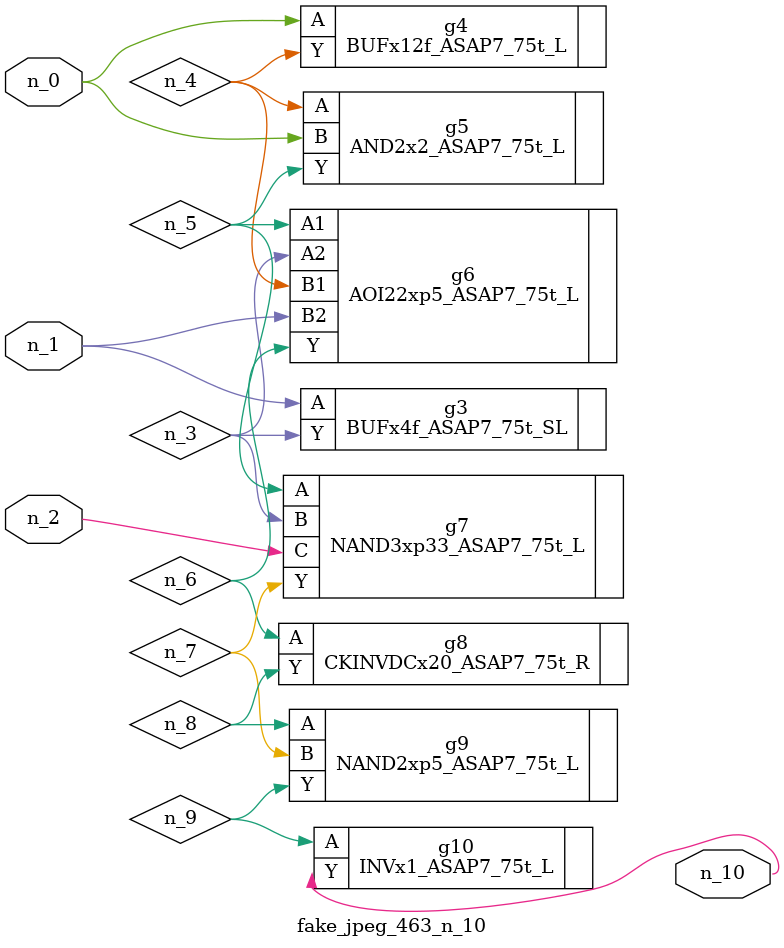
<source format=v>
module fake_jpeg_463_n_10 (n_0, n_2, n_1, n_10);

input n_0;
input n_2;
input n_1;

output n_10;

wire n_3;
wire n_4;
wire n_8;
wire n_9;
wire n_6;
wire n_5;
wire n_7;

BUFx4f_ASAP7_75t_SL g3 ( 
.A(n_1),
.Y(n_3)
);

BUFx12f_ASAP7_75t_L g4 ( 
.A(n_0),
.Y(n_4)
);

AND2x2_ASAP7_75t_L g5 ( 
.A(n_4),
.B(n_0),
.Y(n_5)
);

NAND3xp33_ASAP7_75t_L g7 ( 
.A(n_5),
.B(n_3),
.C(n_2),
.Y(n_7)
);

AOI22xp5_ASAP7_75t_L g6 ( 
.A1(n_5),
.A2(n_3),
.B1(n_4),
.B2(n_1),
.Y(n_6)
);

CKINVDCx20_ASAP7_75t_R g8 ( 
.A(n_6),
.Y(n_8)
);

NAND2xp5_ASAP7_75t_L g9 ( 
.A(n_8),
.B(n_7),
.Y(n_9)
);

INVx1_ASAP7_75t_L g10 ( 
.A(n_9),
.Y(n_10)
);


endmodule
</source>
